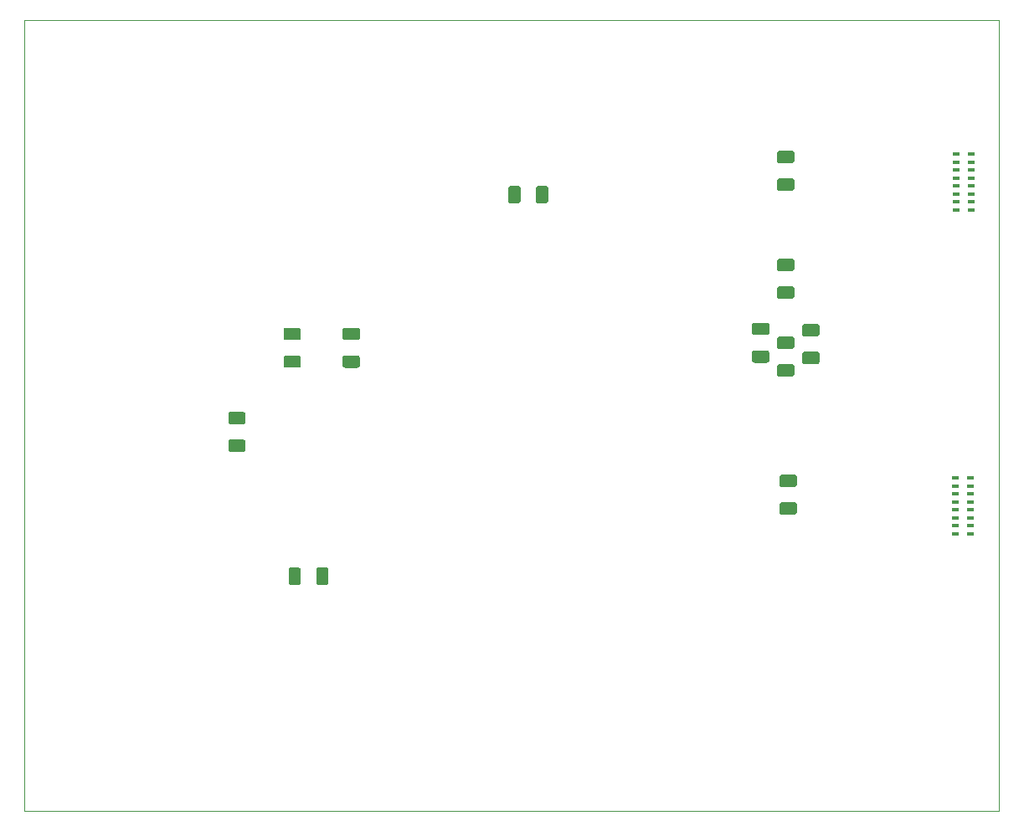
<source format=gbr>
G04 #@! TF.GenerationSoftware,KiCad,Pcbnew,5.1.5+dfsg1-2build2*
G04 #@! TF.CreationDate,2021-07-30T22:42:47+01:00*
G04 #@! TF.ProjectId,Printer+Sticks,5072696e-7465-4722-9b53-7469636b732e,rev?*
G04 #@! TF.SameCoordinates,Original*
G04 #@! TF.FileFunction,Paste,Bot*
G04 #@! TF.FilePolarity,Positive*
%FSLAX46Y46*%
G04 Gerber Fmt 4.6, Leading zero omitted, Abs format (unit mm)*
G04 Created by KiCad (PCBNEW 5.1.5+dfsg1-2build2) date 2021-07-30 22:42:47*
%MOMM*%
%LPD*%
G04 APERTURE LIST*
%ADD10C,0.050000*%
%ADD11C,0.100000*%
%ADD12R,0.760000X0.430000*%
G04 APERTURE END LIST*
D10*
X155448000Y-109982000D02*
X155448000Y-189992000D01*
X56896000Y-109982000D02*
X155448000Y-109982000D01*
X56896000Y-189992000D02*
X56896000Y-109982000D01*
X155448000Y-189992000D02*
X56896000Y-189992000D01*
D11*
G36*
X109619504Y-126761204D02*
G01*
X109643773Y-126764804D01*
X109667571Y-126770765D01*
X109690671Y-126779030D01*
X109712849Y-126789520D01*
X109733893Y-126802133D01*
X109753598Y-126816747D01*
X109771777Y-126833223D01*
X109788253Y-126851402D01*
X109802867Y-126871107D01*
X109815480Y-126892151D01*
X109825970Y-126914329D01*
X109834235Y-126937429D01*
X109840196Y-126961227D01*
X109843796Y-126985496D01*
X109845000Y-127010000D01*
X109845000Y-128260000D01*
X109843796Y-128284504D01*
X109840196Y-128308773D01*
X109834235Y-128332571D01*
X109825970Y-128355671D01*
X109815480Y-128377849D01*
X109802867Y-128398893D01*
X109788253Y-128418598D01*
X109771777Y-128436777D01*
X109753598Y-128453253D01*
X109733893Y-128467867D01*
X109712849Y-128480480D01*
X109690671Y-128490970D01*
X109667571Y-128499235D01*
X109643773Y-128505196D01*
X109619504Y-128508796D01*
X109595000Y-128510000D01*
X108845000Y-128510000D01*
X108820496Y-128508796D01*
X108796227Y-128505196D01*
X108772429Y-128499235D01*
X108749329Y-128490970D01*
X108727151Y-128480480D01*
X108706107Y-128467867D01*
X108686402Y-128453253D01*
X108668223Y-128436777D01*
X108651747Y-128418598D01*
X108637133Y-128398893D01*
X108624520Y-128377849D01*
X108614030Y-128355671D01*
X108605765Y-128332571D01*
X108599804Y-128308773D01*
X108596204Y-128284504D01*
X108595000Y-128260000D01*
X108595000Y-127010000D01*
X108596204Y-126985496D01*
X108599804Y-126961227D01*
X108605765Y-126937429D01*
X108614030Y-126914329D01*
X108624520Y-126892151D01*
X108637133Y-126871107D01*
X108651747Y-126851402D01*
X108668223Y-126833223D01*
X108686402Y-126816747D01*
X108706107Y-126802133D01*
X108727151Y-126789520D01*
X108749329Y-126779030D01*
X108772429Y-126770765D01*
X108796227Y-126764804D01*
X108820496Y-126761204D01*
X108845000Y-126760000D01*
X109595000Y-126760000D01*
X109619504Y-126761204D01*
G37*
G36*
X106819504Y-126761204D02*
G01*
X106843773Y-126764804D01*
X106867571Y-126770765D01*
X106890671Y-126779030D01*
X106912849Y-126789520D01*
X106933893Y-126802133D01*
X106953598Y-126816747D01*
X106971777Y-126833223D01*
X106988253Y-126851402D01*
X107002867Y-126871107D01*
X107015480Y-126892151D01*
X107025970Y-126914329D01*
X107034235Y-126937429D01*
X107040196Y-126961227D01*
X107043796Y-126985496D01*
X107045000Y-127010000D01*
X107045000Y-128260000D01*
X107043796Y-128284504D01*
X107040196Y-128308773D01*
X107034235Y-128332571D01*
X107025970Y-128355671D01*
X107015480Y-128377849D01*
X107002867Y-128398893D01*
X106988253Y-128418598D01*
X106971777Y-128436777D01*
X106953598Y-128453253D01*
X106933893Y-128467867D01*
X106912849Y-128480480D01*
X106890671Y-128490970D01*
X106867571Y-128499235D01*
X106843773Y-128505196D01*
X106819504Y-128508796D01*
X106795000Y-128510000D01*
X106045000Y-128510000D01*
X106020496Y-128508796D01*
X105996227Y-128505196D01*
X105972429Y-128499235D01*
X105949329Y-128490970D01*
X105927151Y-128480480D01*
X105906107Y-128467867D01*
X105886402Y-128453253D01*
X105868223Y-128436777D01*
X105851747Y-128418598D01*
X105837133Y-128398893D01*
X105824520Y-128377849D01*
X105814030Y-128355671D01*
X105805765Y-128332571D01*
X105799804Y-128308773D01*
X105796204Y-128284504D01*
X105795000Y-128260000D01*
X105795000Y-127010000D01*
X105796204Y-126985496D01*
X105799804Y-126961227D01*
X105805765Y-126937429D01*
X105814030Y-126914329D01*
X105824520Y-126892151D01*
X105837133Y-126871107D01*
X105851747Y-126851402D01*
X105868223Y-126833223D01*
X105886402Y-126816747D01*
X105906107Y-126802133D01*
X105927151Y-126789520D01*
X105949329Y-126779030D01*
X105972429Y-126770765D01*
X105996227Y-126764804D01*
X106020496Y-126761204D01*
X106045000Y-126760000D01*
X106795000Y-126760000D01*
X106819504Y-126761204D01*
G37*
G36*
X84600504Y-165369204D02*
G01*
X84624773Y-165372804D01*
X84648571Y-165378765D01*
X84671671Y-165387030D01*
X84693849Y-165397520D01*
X84714893Y-165410133D01*
X84734598Y-165424747D01*
X84752777Y-165441223D01*
X84769253Y-165459402D01*
X84783867Y-165479107D01*
X84796480Y-165500151D01*
X84806970Y-165522329D01*
X84815235Y-165545429D01*
X84821196Y-165569227D01*
X84824796Y-165593496D01*
X84826000Y-165618000D01*
X84826000Y-166868000D01*
X84824796Y-166892504D01*
X84821196Y-166916773D01*
X84815235Y-166940571D01*
X84806970Y-166963671D01*
X84796480Y-166985849D01*
X84783867Y-167006893D01*
X84769253Y-167026598D01*
X84752777Y-167044777D01*
X84734598Y-167061253D01*
X84714893Y-167075867D01*
X84693849Y-167088480D01*
X84671671Y-167098970D01*
X84648571Y-167107235D01*
X84624773Y-167113196D01*
X84600504Y-167116796D01*
X84576000Y-167118000D01*
X83826000Y-167118000D01*
X83801496Y-167116796D01*
X83777227Y-167113196D01*
X83753429Y-167107235D01*
X83730329Y-167098970D01*
X83708151Y-167088480D01*
X83687107Y-167075867D01*
X83667402Y-167061253D01*
X83649223Y-167044777D01*
X83632747Y-167026598D01*
X83618133Y-167006893D01*
X83605520Y-166985849D01*
X83595030Y-166963671D01*
X83586765Y-166940571D01*
X83580804Y-166916773D01*
X83577204Y-166892504D01*
X83576000Y-166868000D01*
X83576000Y-165618000D01*
X83577204Y-165593496D01*
X83580804Y-165569227D01*
X83586765Y-165545429D01*
X83595030Y-165522329D01*
X83605520Y-165500151D01*
X83618133Y-165479107D01*
X83632747Y-165459402D01*
X83649223Y-165441223D01*
X83667402Y-165424747D01*
X83687107Y-165410133D01*
X83708151Y-165397520D01*
X83730329Y-165387030D01*
X83753429Y-165378765D01*
X83777227Y-165372804D01*
X83801496Y-165369204D01*
X83826000Y-165368000D01*
X84576000Y-165368000D01*
X84600504Y-165369204D01*
G37*
G36*
X87400504Y-165369204D02*
G01*
X87424773Y-165372804D01*
X87448571Y-165378765D01*
X87471671Y-165387030D01*
X87493849Y-165397520D01*
X87514893Y-165410133D01*
X87534598Y-165424747D01*
X87552777Y-165441223D01*
X87569253Y-165459402D01*
X87583867Y-165479107D01*
X87596480Y-165500151D01*
X87606970Y-165522329D01*
X87615235Y-165545429D01*
X87621196Y-165569227D01*
X87624796Y-165593496D01*
X87626000Y-165618000D01*
X87626000Y-166868000D01*
X87624796Y-166892504D01*
X87621196Y-166916773D01*
X87615235Y-166940571D01*
X87606970Y-166963671D01*
X87596480Y-166985849D01*
X87583867Y-167006893D01*
X87569253Y-167026598D01*
X87552777Y-167044777D01*
X87534598Y-167061253D01*
X87514893Y-167075867D01*
X87493849Y-167088480D01*
X87471671Y-167098970D01*
X87448571Y-167107235D01*
X87424773Y-167113196D01*
X87400504Y-167116796D01*
X87376000Y-167118000D01*
X86626000Y-167118000D01*
X86601496Y-167116796D01*
X86577227Y-167113196D01*
X86553429Y-167107235D01*
X86530329Y-167098970D01*
X86508151Y-167088480D01*
X86487107Y-167075867D01*
X86467402Y-167061253D01*
X86449223Y-167044777D01*
X86432747Y-167026598D01*
X86418133Y-167006893D01*
X86405520Y-166985849D01*
X86395030Y-166963671D01*
X86386765Y-166940571D01*
X86380804Y-166916773D01*
X86377204Y-166892504D01*
X86376000Y-166868000D01*
X86376000Y-165618000D01*
X86377204Y-165593496D01*
X86380804Y-165569227D01*
X86386765Y-165545429D01*
X86395030Y-165522329D01*
X86405520Y-165500151D01*
X86418133Y-165479107D01*
X86432747Y-165459402D01*
X86449223Y-165441223D01*
X86467402Y-165424747D01*
X86487107Y-165410133D01*
X86508151Y-165397520D01*
X86530329Y-165387030D01*
X86553429Y-165378765D01*
X86577227Y-165372804D01*
X86601496Y-165369204D01*
X86626000Y-165368000D01*
X87376000Y-165368000D01*
X87400504Y-165369204D01*
G37*
G36*
X131967504Y-143400204D02*
G01*
X131991773Y-143403804D01*
X132015571Y-143409765D01*
X132038671Y-143418030D01*
X132060849Y-143428520D01*
X132081893Y-143441133D01*
X132101598Y-143455747D01*
X132119777Y-143472223D01*
X132136253Y-143490402D01*
X132150867Y-143510107D01*
X132163480Y-143531151D01*
X132173970Y-143553329D01*
X132182235Y-143576429D01*
X132188196Y-143600227D01*
X132191796Y-143624496D01*
X132193000Y-143649000D01*
X132193000Y-144399000D01*
X132191796Y-144423504D01*
X132188196Y-144447773D01*
X132182235Y-144471571D01*
X132173970Y-144494671D01*
X132163480Y-144516849D01*
X132150867Y-144537893D01*
X132136253Y-144557598D01*
X132119777Y-144575777D01*
X132101598Y-144592253D01*
X132081893Y-144606867D01*
X132060849Y-144619480D01*
X132038671Y-144629970D01*
X132015571Y-144638235D01*
X131991773Y-144644196D01*
X131967504Y-144647796D01*
X131943000Y-144649000D01*
X130693000Y-144649000D01*
X130668496Y-144647796D01*
X130644227Y-144644196D01*
X130620429Y-144638235D01*
X130597329Y-144629970D01*
X130575151Y-144619480D01*
X130554107Y-144606867D01*
X130534402Y-144592253D01*
X130516223Y-144575777D01*
X130499747Y-144557598D01*
X130485133Y-144537893D01*
X130472520Y-144516849D01*
X130462030Y-144494671D01*
X130453765Y-144471571D01*
X130447804Y-144447773D01*
X130444204Y-144423504D01*
X130443000Y-144399000D01*
X130443000Y-143649000D01*
X130444204Y-143624496D01*
X130447804Y-143600227D01*
X130453765Y-143576429D01*
X130462030Y-143553329D01*
X130472520Y-143531151D01*
X130485133Y-143510107D01*
X130499747Y-143490402D01*
X130516223Y-143472223D01*
X130534402Y-143455747D01*
X130554107Y-143441133D01*
X130575151Y-143428520D01*
X130597329Y-143418030D01*
X130620429Y-143409765D01*
X130644227Y-143403804D01*
X130668496Y-143400204D01*
X130693000Y-143399000D01*
X131943000Y-143399000D01*
X131967504Y-143400204D01*
G37*
G36*
X131967504Y-140600204D02*
G01*
X131991773Y-140603804D01*
X132015571Y-140609765D01*
X132038671Y-140618030D01*
X132060849Y-140628520D01*
X132081893Y-140641133D01*
X132101598Y-140655747D01*
X132119777Y-140672223D01*
X132136253Y-140690402D01*
X132150867Y-140710107D01*
X132163480Y-140731151D01*
X132173970Y-140753329D01*
X132182235Y-140776429D01*
X132188196Y-140800227D01*
X132191796Y-140824496D01*
X132193000Y-140849000D01*
X132193000Y-141599000D01*
X132191796Y-141623504D01*
X132188196Y-141647773D01*
X132182235Y-141671571D01*
X132173970Y-141694671D01*
X132163480Y-141716849D01*
X132150867Y-141737893D01*
X132136253Y-141757598D01*
X132119777Y-141775777D01*
X132101598Y-141792253D01*
X132081893Y-141806867D01*
X132060849Y-141819480D01*
X132038671Y-141829970D01*
X132015571Y-141838235D01*
X131991773Y-141844196D01*
X131967504Y-141847796D01*
X131943000Y-141849000D01*
X130693000Y-141849000D01*
X130668496Y-141847796D01*
X130644227Y-141844196D01*
X130620429Y-141838235D01*
X130597329Y-141829970D01*
X130575151Y-141819480D01*
X130554107Y-141806867D01*
X130534402Y-141792253D01*
X130516223Y-141775777D01*
X130499747Y-141757598D01*
X130485133Y-141737893D01*
X130472520Y-141716849D01*
X130462030Y-141694671D01*
X130453765Y-141671571D01*
X130447804Y-141647773D01*
X130444204Y-141623504D01*
X130443000Y-141599000D01*
X130443000Y-140849000D01*
X130444204Y-140824496D01*
X130447804Y-140800227D01*
X130453765Y-140776429D01*
X130462030Y-140753329D01*
X130472520Y-140731151D01*
X130485133Y-140710107D01*
X130499747Y-140690402D01*
X130516223Y-140672223D01*
X130534402Y-140655747D01*
X130554107Y-140641133D01*
X130575151Y-140628520D01*
X130597329Y-140618030D01*
X130620429Y-140609765D01*
X130644227Y-140603804D01*
X130668496Y-140600204D01*
X130693000Y-140599000D01*
X131943000Y-140599000D01*
X131967504Y-140600204D01*
G37*
G36*
X137047504Y-143527204D02*
G01*
X137071773Y-143530804D01*
X137095571Y-143536765D01*
X137118671Y-143545030D01*
X137140849Y-143555520D01*
X137161893Y-143568133D01*
X137181598Y-143582747D01*
X137199777Y-143599223D01*
X137216253Y-143617402D01*
X137230867Y-143637107D01*
X137243480Y-143658151D01*
X137253970Y-143680329D01*
X137262235Y-143703429D01*
X137268196Y-143727227D01*
X137271796Y-143751496D01*
X137273000Y-143776000D01*
X137273000Y-144526000D01*
X137271796Y-144550504D01*
X137268196Y-144574773D01*
X137262235Y-144598571D01*
X137253970Y-144621671D01*
X137243480Y-144643849D01*
X137230867Y-144664893D01*
X137216253Y-144684598D01*
X137199777Y-144702777D01*
X137181598Y-144719253D01*
X137161893Y-144733867D01*
X137140849Y-144746480D01*
X137118671Y-144756970D01*
X137095571Y-144765235D01*
X137071773Y-144771196D01*
X137047504Y-144774796D01*
X137023000Y-144776000D01*
X135773000Y-144776000D01*
X135748496Y-144774796D01*
X135724227Y-144771196D01*
X135700429Y-144765235D01*
X135677329Y-144756970D01*
X135655151Y-144746480D01*
X135634107Y-144733867D01*
X135614402Y-144719253D01*
X135596223Y-144702777D01*
X135579747Y-144684598D01*
X135565133Y-144664893D01*
X135552520Y-144643849D01*
X135542030Y-144621671D01*
X135533765Y-144598571D01*
X135527804Y-144574773D01*
X135524204Y-144550504D01*
X135523000Y-144526000D01*
X135523000Y-143776000D01*
X135524204Y-143751496D01*
X135527804Y-143727227D01*
X135533765Y-143703429D01*
X135542030Y-143680329D01*
X135552520Y-143658151D01*
X135565133Y-143637107D01*
X135579747Y-143617402D01*
X135596223Y-143599223D01*
X135614402Y-143582747D01*
X135634107Y-143568133D01*
X135655151Y-143555520D01*
X135677329Y-143545030D01*
X135700429Y-143536765D01*
X135724227Y-143530804D01*
X135748496Y-143527204D01*
X135773000Y-143526000D01*
X137023000Y-143526000D01*
X137047504Y-143527204D01*
G37*
G36*
X137047504Y-140727204D02*
G01*
X137071773Y-140730804D01*
X137095571Y-140736765D01*
X137118671Y-140745030D01*
X137140849Y-140755520D01*
X137161893Y-140768133D01*
X137181598Y-140782747D01*
X137199777Y-140799223D01*
X137216253Y-140817402D01*
X137230867Y-140837107D01*
X137243480Y-140858151D01*
X137253970Y-140880329D01*
X137262235Y-140903429D01*
X137268196Y-140927227D01*
X137271796Y-140951496D01*
X137273000Y-140976000D01*
X137273000Y-141726000D01*
X137271796Y-141750504D01*
X137268196Y-141774773D01*
X137262235Y-141798571D01*
X137253970Y-141821671D01*
X137243480Y-141843849D01*
X137230867Y-141864893D01*
X137216253Y-141884598D01*
X137199777Y-141902777D01*
X137181598Y-141919253D01*
X137161893Y-141933867D01*
X137140849Y-141946480D01*
X137118671Y-141956970D01*
X137095571Y-141965235D01*
X137071773Y-141971196D01*
X137047504Y-141974796D01*
X137023000Y-141976000D01*
X135773000Y-141976000D01*
X135748496Y-141974796D01*
X135724227Y-141971196D01*
X135700429Y-141965235D01*
X135677329Y-141956970D01*
X135655151Y-141946480D01*
X135634107Y-141933867D01*
X135614402Y-141919253D01*
X135596223Y-141902777D01*
X135579747Y-141884598D01*
X135565133Y-141864893D01*
X135552520Y-141843849D01*
X135542030Y-141821671D01*
X135533765Y-141798571D01*
X135527804Y-141774773D01*
X135524204Y-141750504D01*
X135523000Y-141726000D01*
X135523000Y-140976000D01*
X135524204Y-140951496D01*
X135527804Y-140927227D01*
X135533765Y-140903429D01*
X135542030Y-140880329D01*
X135552520Y-140858151D01*
X135565133Y-140837107D01*
X135579747Y-140817402D01*
X135596223Y-140799223D01*
X135614402Y-140782747D01*
X135634107Y-140768133D01*
X135655151Y-140755520D01*
X135677329Y-140745030D01*
X135700429Y-140736765D01*
X135724227Y-140730804D01*
X135748496Y-140727204D01*
X135773000Y-140726000D01*
X137023000Y-140726000D01*
X137047504Y-140727204D01*
G37*
G36*
X79008504Y-152417204D02*
G01*
X79032773Y-152420804D01*
X79056571Y-152426765D01*
X79079671Y-152435030D01*
X79101849Y-152445520D01*
X79122893Y-152458133D01*
X79142598Y-152472747D01*
X79160777Y-152489223D01*
X79177253Y-152507402D01*
X79191867Y-152527107D01*
X79204480Y-152548151D01*
X79214970Y-152570329D01*
X79223235Y-152593429D01*
X79229196Y-152617227D01*
X79232796Y-152641496D01*
X79234000Y-152666000D01*
X79234000Y-153416000D01*
X79232796Y-153440504D01*
X79229196Y-153464773D01*
X79223235Y-153488571D01*
X79214970Y-153511671D01*
X79204480Y-153533849D01*
X79191867Y-153554893D01*
X79177253Y-153574598D01*
X79160777Y-153592777D01*
X79142598Y-153609253D01*
X79122893Y-153623867D01*
X79101849Y-153636480D01*
X79079671Y-153646970D01*
X79056571Y-153655235D01*
X79032773Y-153661196D01*
X79008504Y-153664796D01*
X78984000Y-153666000D01*
X77734000Y-153666000D01*
X77709496Y-153664796D01*
X77685227Y-153661196D01*
X77661429Y-153655235D01*
X77638329Y-153646970D01*
X77616151Y-153636480D01*
X77595107Y-153623867D01*
X77575402Y-153609253D01*
X77557223Y-153592777D01*
X77540747Y-153574598D01*
X77526133Y-153554893D01*
X77513520Y-153533849D01*
X77503030Y-153511671D01*
X77494765Y-153488571D01*
X77488804Y-153464773D01*
X77485204Y-153440504D01*
X77484000Y-153416000D01*
X77484000Y-152666000D01*
X77485204Y-152641496D01*
X77488804Y-152617227D01*
X77494765Y-152593429D01*
X77503030Y-152570329D01*
X77513520Y-152548151D01*
X77526133Y-152527107D01*
X77540747Y-152507402D01*
X77557223Y-152489223D01*
X77575402Y-152472747D01*
X77595107Y-152458133D01*
X77616151Y-152445520D01*
X77638329Y-152435030D01*
X77661429Y-152426765D01*
X77685227Y-152420804D01*
X77709496Y-152417204D01*
X77734000Y-152416000D01*
X78984000Y-152416000D01*
X79008504Y-152417204D01*
G37*
G36*
X79008504Y-149617204D02*
G01*
X79032773Y-149620804D01*
X79056571Y-149626765D01*
X79079671Y-149635030D01*
X79101849Y-149645520D01*
X79122893Y-149658133D01*
X79142598Y-149672747D01*
X79160777Y-149689223D01*
X79177253Y-149707402D01*
X79191867Y-149727107D01*
X79204480Y-149748151D01*
X79214970Y-149770329D01*
X79223235Y-149793429D01*
X79229196Y-149817227D01*
X79232796Y-149841496D01*
X79234000Y-149866000D01*
X79234000Y-150616000D01*
X79232796Y-150640504D01*
X79229196Y-150664773D01*
X79223235Y-150688571D01*
X79214970Y-150711671D01*
X79204480Y-150733849D01*
X79191867Y-150754893D01*
X79177253Y-150774598D01*
X79160777Y-150792777D01*
X79142598Y-150809253D01*
X79122893Y-150823867D01*
X79101849Y-150836480D01*
X79079671Y-150846970D01*
X79056571Y-150855235D01*
X79032773Y-150861196D01*
X79008504Y-150864796D01*
X78984000Y-150866000D01*
X77734000Y-150866000D01*
X77709496Y-150864796D01*
X77685227Y-150861196D01*
X77661429Y-150855235D01*
X77638329Y-150846970D01*
X77616151Y-150836480D01*
X77595107Y-150823867D01*
X77575402Y-150809253D01*
X77557223Y-150792777D01*
X77540747Y-150774598D01*
X77526133Y-150754893D01*
X77513520Y-150733849D01*
X77503030Y-150711671D01*
X77494765Y-150688571D01*
X77488804Y-150664773D01*
X77485204Y-150640504D01*
X77484000Y-150616000D01*
X77484000Y-149866000D01*
X77485204Y-149841496D01*
X77488804Y-149817227D01*
X77494765Y-149793429D01*
X77503030Y-149770329D01*
X77513520Y-149748151D01*
X77526133Y-149727107D01*
X77540747Y-149707402D01*
X77557223Y-149689223D01*
X77575402Y-149672747D01*
X77595107Y-149658133D01*
X77616151Y-149645520D01*
X77638329Y-149635030D01*
X77661429Y-149626765D01*
X77685227Y-149620804D01*
X77709496Y-149617204D01*
X77734000Y-149616000D01*
X78984000Y-149616000D01*
X79008504Y-149617204D01*
G37*
G36*
X84596504Y-143902204D02*
G01*
X84620773Y-143905804D01*
X84644571Y-143911765D01*
X84667671Y-143920030D01*
X84689849Y-143930520D01*
X84710893Y-143943133D01*
X84730598Y-143957747D01*
X84748777Y-143974223D01*
X84765253Y-143992402D01*
X84779867Y-144012107D01*
X84792480Y-144033151D01*
X84802970Y-144055329D01*
X84811235Y-144078429D01*
X84817196Y-144102227D01*
X84820796Y-144126496D01*
X84822000Y-144151000D01*
X84822000Y-144901000D01*
X84820796Y-144925504D01*
X84817196Y-144949773D01*
X84811235Y-144973571D01*
X84802970Y-144996671D01*
X84792480Y-145018849D01*
X84779867Y-145039893D01*
X84765253Y-145059598D01*
X84748777Y-145077777D01*
X84730598Y-145094253D01*
X84710893Y-145108867D01*
X84689849Y-145121480D01*
X84667671Y-145131970D01*
X84644571Y-145140235D01*
X84620773Y-145146196D01*
X84596504Y-145149796D01*
X84572000Y-145151000D01*
X83322000Y-145151000D01*
X83297496Y-145149796D01*
X83273227Y-145146196D01*
X83249429Y-145140235D01*
X83226329Y-145131970D01*
X83204151Y-145121480D01*
X83183107Y-145108867D01*
X83163402Y-145094253D01*
X83145223Y-145077777D01*
X83128747Y-145059598D01*
X83114133Y-145039893D01*
X83101520Y-145018849D01*
X83091030Y-144996671D01*
X83082765Y-144973571D01*
X83076804Y-144949773D01*
X83073204Y-144925504D01*
X83072000Y-144901000D01*
X83072000Y-144151000D01*
X83073204Y-144126496D01*
X83076804Y-144102227D01*
X83082765Y-144078429D01*
X83091030Y-144055329D01*
X83101520Y-144033151D01*
X83114133Y-144012107D01*
X83128747Y-143992402D01*
X83145223Y-143974223D01*
X83163402Y-143957747D01*
X83183107Y-143943133D01*
X83204151Y-143930520D01*
X83226329Y-143920030D01*
X83249429Y-143911765D01*
X83273227Y-143905804D01*
X83297496Y-143902204D01*
X83322000Y-143901000D01*
X84572000Y-143901000D01*
X84596504Y-143902204D01*
G37*
G36*
X84596504Y-141102204D02*
G01*
X84620773Y-141105804D01*
X84644571Y-141111765D01*
X84667671Y-141120030D01*
X84689849Y-141130520D01*
X84710893Y-141143133D01*
X84730598Y-141157747D01*
X84748777Y-141174223D01*
X84765253Y-141192402D01*
X84779867Y-141212107D01*
X84792480Y-141233151D01*
X84802970Y-141255329D01*
X84811235Y-141278429D01*
X84817196Y-141302227D01*
X84820796Y-141326496D01*
X84822000Y-141351000D01*
X84822000Y-142101000D01*
X84820796Y-142125504D01*
X84817196Y-142149773D01*
X84811235Y-142173571D01*
X84802970Y-142196671D01*
X84792480Y-142218849D01*
X84779867Y-142239893D01*
X84765253Y-142259598D01*
X84748777Y-142277777D01*
X84730598Y-142294253D01*
X84710893Y-142308867D01*
X84689849Y-142321480D01*
X84667671Y-142331970D01*
X84644571Y-142340235D01*
X84620773Y-142346196D01*
X84596504Y-142349796D01*
X84572000Y-142351000D01*
X83322000Y-142351000D01*
X83297496Y-142349796D01*
X83273227Y-142346196D01*
X83249429Y-142340235D01*
X83226329Y-142331970D01*
X83204151Y-142321480D01*
X83183107Y-142308867D01*
X83163402Y-142294253D01*
X83145223Y-142277777D01*
X83128747Y-142259598D01*
X83114133Y-142239893D01*
X83101520Y-142218849D01*
X83091030Y-142196671D01*
X83082765Y-142173571D01*
X83076804Y-142149773D01*
X83073204Y-142125504D01*
X83072000Y-142101000D01*
X83072000Y-141351000D01*
X83073204Y-141326496D01*
X83076804Y-141302227D01*
X83082765Y-141278429D01*
X83091030Y-141255329D01*
X83101520Y-141233151D01*
X83114133Y-141212107D01*
X83128747Y-141192402D01*
X83145223Y-141174223D01*
X83163402Y-141157747D01*
X83183107Y-141143133D01*
X83204151Y-141130520D01*
X83226329Y-141120030D01*
X83249429Y-141111765D01*
X83273227Y-141105804D01*
X83297496Y-141102204D01*
X83322000Y-141101000D01*
X84572000Y-141101000D01*
X84596504Y-141102204D01*
G37*
G36*
X90565504Y-143908204D02*
G01*
X90589773Y-143911804D01*
X90613571Y-143917765D01*
X90636671Y-143926030D01*
X90658849Y-143936520D01*
X90679893Y-143949133D01*
X90699598Y-143963747D01*
X90717777Y-143980223D01*
X90734253Y-143998402D01*
X90748867Y-144018107D01*
X90761480Y-144039151D01*
X90771970Y-144061329D01*
X90780235Y-144084429D01*
X90786196Y-144108227D01*
X90789796Y-144132496D01*
X90791000Y-144157000D01*
X90791000Y-144907000D01*
X90789796Y-144931504D01*
X90786196Y-144955773D01*
X90780235Y-144979571D01*
X90771970Y-145002671D01*
X90761480Y-145024849D01*
X90748867Y-145045893D01*
X90734253Y-145065598D01*
X90717777Y-145083777D01*
X90699598Y-145100253D01*
X90679893Y-145114867D01*
X90658849Y-145127480D01*
X90636671Y-145137970D01*
X90613571Y-145146235D01*
X90589773Y-145152196D01*
X90565504Y-145155796D01*
X90541000Y-145157000D01*
X89291000Y-145157000D01*
X89266496Y-145155796D01*
X89242227Y-145152196D01*
X89218429Y-145146235D01*
X89195329Y-145137970D01*
X89173151Y-145127480D01*
X89152107Y-145114867D01*
X89132402Y-145100253D01*
X89114223Y-145083777D01*
X89097747Y-145065598D01*
X89083133Y-145045893D01*
X89070520Y-145024849D01*
X89060030Y-145002671D01*
X89051765Y-144979571D01*
X89045804Y-144955773D01*
X89042204Y-144931504D01*
X89041000Y-144907000D01*
X89041000Y-144157000D01*
X89042204Y-144132496D01*
X89045804Y-144108227D01*
X89051765Y-144084429D01*
X89060030Y-144061329D01*
X89070520Y-144039151D01*
X89083133Y-144018107D01*
X89097747Y-143998402D01*
X89114223Y-143980223D01*
X89132402Y-143963747D01*
X89152107Y-143949133D01*
X89173151Y-143936520D01*
X89195329Y-143926030D01*
X89218429Y-143917765D01*
X89242227Y-143911804D01*
X89266496Y-143908204D01*
X89291000Y-143907000D01*
X90541000Y-143907000D01*
X90565504Y-143908204D01*
G37*
G36*
X90565504Y-141108204D02*
G01*
X90589773Y-141111804D01*
X90613571Y-141117765D01*
X90636671Y-141126030D01*
X90658849Y-141136520D01*
X90679893Y-141149133D01*
X90699598Y-141163747D01*
X90717777Y-141180223D01*
X90734253Y-141198402D01*
X90748867Y-141218107D01*
X90761480Y-141239151D01*
X90771970Y-141261329D01*
X90780235Y-141284429D01*
X90786196Y-141308227D01*
X90789796Y-141332496D01*
X90791000Y-141357000D01*
X90791000Y-142107000D01*
X90789796Y-142131504D01*
X90786196Y-142155773D01*
X90780235Y-142179571D01*
X90771970Y-142202671D01*
X90761480Y-142224849D01*
X90748867Y-142245893D01*
X90734253Y-142265598D01*
X90717777Y-142283777D01*
X90699598Y-142300253D01*
X90679893Y-142314867D01*
X90658849Y-142327480D01*
X90636671Y-142337970D01*
X90613571Y-142346235D01*
X90589773Y-142352196D01*
X90565504Y-142355796D01*
X90541000Y-142357000D01*
X89291000Y-142357000D01*
X89266496Y-142355796D01*
X89242227Y-142352196D01*
X89218429Y-142346235D01*
X89195329Y-142337970D01*
X89173151Y-142327480D01*
X89152107Y-142314867D01*
X89132402Y-142300253D01*
X89114223Y-142283777D01*
X89097747Y-142265598D01*
X89083133Y-142245893D01*
X89070520Y-142224849D01*
X89060030Y-142202671D01*
X89051765Y-142179571D01*
X89045804Y-142155773D01*
X89042204Y-142131504D01*
X89041000Y-142107000D01*
X89041000Y-141357000D01*
X89042204Y-141332496D01*
X89045804Y-141308227D01*
X89051765Y-141284429D01*
X89060030Y-141261329D01*
X89070520Y-141239151D01*
X89083133Y-141218107D01*
X89097747Y-141198402D01*
X89114223Y-141180223D01*
X89132402Y-141163747D01*
X89152107Y-141149133D01*
X89173151Y-141136520D01*
X89195329Y-141126030D01*
X89218429Y-141117765D01*
X89242227Y-141111804D01*
X89266496Y-141108204D01*
X89291000Y-141107000D01*
X90541000Y-141107000D01*
X90565504Y-141108204D01*
G37*
D12*
X152525000Y-157131000D03*
X152525000Y-156331000D03*
X152525000Y-161931000D03*
X152525000Y-161131000D03*
X151005000Y-161131000D03*
X151005000Y-161931000D03*
X151005000Y-156331000D03*
X151005000Y-157131000D03*
X152525000Y-160331000D03*
X152525000Y-157931000D03*
X151005000Y-157931000D03*
X151005000Y-160331000D03*
X152525000Y-158731000D03*
X151005000Y-158731000D03*
X152525000Y-159531000D03*
X151005000Y-159531000D03*
X152652000Y-124365000D03*
X152652000Y-123565000D03*
X152652000Y-129165000D03*
X152652000Y-128365000D03*
X151132000Y-128365000D03*
X151132000Y-129165000D03*
X151132000Y-123565000D03*
X151132000Y-124365000D03*
X152652000Y-127565000D03*
X152652000Y-125165000D03*
X151132000Y-125165000D03*
X151132000Y-127565000D03*
X152652000Y-125965000D03*
X151132000Y-125965000D03*
X152652000Y-126765000D03*
X151132000Y-126765000D03*
D11*
G36*
X134507504Y-123198204D02*
G01*
X134531773Y-123201804D01*
X134555571Y-123207765D01*
X134578671Y-123216030D01*
X134600849Y-123226520D01*
X134621893Y-123239133D01*
X134641598Y-123253747D01*
X134659777Y-123270223D01*
X134676253Y-123288402D01*
X134690867Y-123308107D01*
X134703480Y-123329151D01*
X134713970Y-123351329D01*
X134722235Y-123374429D01*
X134728196Y-123398227D01*
X134731796Y-123422496D01*
X134733000Y-123447000D01*
X134733000Y-124197000D01*
X134731796Y-124221504D01*
X134728196Y-124245773D01*
X134722235Y-124269571D01*
X134713970Y-124292671D01*
X134703480Y-124314849D01*
X134690867Y-124335893D01*
X134676253Y-124355598D01*
X134659777Y-124373777D01*
X134641598Y-124390253D01*
X134621893Y-124404867D01*
X134600849Y-124417480D01*
X134578671Y-124427970D01*
X134555571Y-124436235D01*
X134531773Y-124442196D01*
X134507504Y-124445796D01*
X134483000Y-124447000D01*
X133233000Y-124447000D01*
X133208496Y-124445796D01*
X133184227Y-124442196D01*
X133160429Y-124436235D01*
X133137329Y-124427970D01*
X133115151Y-124417480D01*
X133094107Y-124404867D01*
X133074402Y-124390253D01*
X133056223Y-124373777D01*
X133039747Y-124355598D01*
X133025133Y-124335893D01*
X133012520Y-124314849D01*
X133002030Y-124292671D01*
X132993765Y-124269571D01*
X132987804Y-124245773D01*
X132984204Y-124221504D01*
X132983000Y-124197000D01*
X132983000Y-123447000D01*
X132984204Y-123422496D01*
X132987804Y-123398227D01*
X132993765Y-123374429D01*
X133002030Y-123351329D01*
X133012520Y-123329151D01*
X133025133Y-123308107D01*
X133039747Y-123288402D01*
X133056223Y-123270223D01*
X133074402Y-123253747D01*
X133094107Y-123239133D01*
X133115151Y-123226520D01*
X133137329Y-123216030D01*
X133160429Y-123207765D01*
X133184227Y-123201804D01*
X133208496Y-123198204D01*
X133233000Y-123197000D01*
X134483000Y-123197000D01*
X134507504Y-123198204D01*
G37*
G36*
X134507504Y-125998204D02*
G01*
X134531773Y-126001804D01*
X134555571Y-126007765D01*
X134578671Y-126016030D01*
X134600849Y-126026520D01*
X134621893Y-126039133D01*
X134641598Y-126053747D01*
X134659777Y-126070223D01*
X134676253Y-126088402D01*
X134690867Y-126108107D01*
X134703480Y-126129151D01*
X134713970Y-126151329D01*
X134722235Y-126174429D01*
X134728196Y-126198227D01*
X134731796Y-126222496D01*
X134733000Y-126247000D01*
X134733000Y-126997000D01*
X134731796Y-127021504D01*
X134728196Y-127045773D01*
X134722235Y-127069571D01*
X134713970Y-127092671D01*
X134703480Y-127114849D01*
X134690867Y-127135893D01*
X134676253Y-127155598D01*
X134659777Y-127173777D01*
X134641598Y-127190253D01*
X134621893Y-127204867D01*
X134600849Y-127217480D01*
X134578671Y-127227970D01*
X134555571Y-127236235D01*
X134531773Y-127242196D01*
X134507504Y-127245796D01*
X134483000Y-127247000D01*
X133233000Y-127247000D01*
X133208496Y-127245796D01*
X133184227Y-127242196D01*
X133160429Y-127236235D01*
X133137329Y-127227970D01*
X133115151Y-127217480D01*
X133094107Y-127204867D01*
X133074402Y-127190253D01*
X133056223Y-127173777D01*
X133039747Y-127155598D01*
X133025133Y-127135893D01*
X133012520Y-127114849D01*
X133002030Y-127092671D01*
X132993765Y-127069571D01*
X132987804Y-127045773D01*
X132984204Y-127021504D01*
X132983000Y-126997000D01*
X132983000Y-126247000D01*
X132984204Y-126222496D01*
X132987804Y-126198227D01*
X132993765Y-126174429D01*
X133002030Y-126151329D01*
X133012520Y-126129151D01*
X133025133Y-126108107D01*
X133039747Y-126088402D01*
X133056223Y-126070223D01*
X133074402Y-126053747D01*
X133094107Y-126039133D01*
X133115151Y-126026520D01*
X133137329Y-126016030D01*
X133160429Y-126007765D01*
X133184227Y-126001804D01*
X133208496Y-125998204D01*
X133233000Y-125997000D01*
X134483000Y-125997000D01*
X134507504Y-125998204D01*
G37*
G36*
X134507504Y-144794204D02*
G01*
X134531773Y-144797804D01*
X134555571Y-144803765D01*
X134578671Y-144812030D01*
X134600849Y-144822520D01*
X134621893Y-144835133D01*
X134641598Y-144849747D01*
X134659777Y-144866223D01*
X134676253Y-144884402D01*
X134690867Y-144904107D01*
X134703480Y-144925151D01*
X134713970Y-144947329D01*
X134722235Y-144970429D01*
X134728196Y-144994227D01*
X134731796Y-145018496D01*
X134733000Y-145043000D01*
X134733000Y-145793000D01*
X134731796Y-145817504D01*
X134728196Y-145841773D01*
X134722235Y-145865571D01*
X134713970Y-145888671D01*
X134703480Y-145910849D01*
X134690867Y-145931893D01*
X134676253Y-145951598D01*
X134659777Y-145969777D01*
X134641598Y-145986253D01*
X134621893Y-146000867D01*
X134600849Y-146013480D01*
X134578671Y-146023970D01*
X134555571Y-146032235D01*
X134531773Y-146038196D01*
X134507504Y-146041796D01*
X134483000Y-146043000D01*
X133233000Y-146043000D01*
X133208496Y-146041796D01*
X133184227Y-146038196D01*
X133160429Y-146032235D01*
X133137329Y-146023970D01*
X133115151Y-146013480D01*
X133094107Y-146000867D01*
X133074402Y-145986253D01*
X133056223Y-145969777D01*
X133039747Y-145951598D01*
X133025133Y-145931893D01*
X133012520Y-145910849D01*
X133002030Y-145888671D01*
X132993765Y-145865571D01*
X132987804Y-145841773D01*
X132984204Y-145817504D01*
X132983000Y-145793000D01*
X132983000Y-145043000D01*
X132984204Y-145018496D01*
X132987804Y-144994227D01*
X132993765Y-144970429D01*
X133002030Y-144947329D01*
X133012520Y-144925151D01*
X133025133Y-144904107D01*
X133039747Y-144884402D01*
X133056223Y-144866223D01*
X133074402Y-144849747D01*
X133094107Y-144835133D01*
X133115151Y-144822520D01*
X133137329Y-144812030D01*
X133160429Y-144803765D01*
X133184227Y-144797804D01*
X133208496Y-144794204D01*
X133233000Y-144793000D01*
X134483000Y-144793000D01*
X134507504Y-144794204D01*
G37*
G36*
X134507504Y-141994204D02*
G01*
X134531773Y-141997804D01*
X134555571Y-142003765D01*
X134578671Y-142012030D01*
X134600849Y-142022520D01*
X134621893Y-142035133D01*
X134641598Y-142049747D01*
X134659777Y-142066223D01*
X134676253Y-142084402D01*
X134690867Y-142104107D01*
X134703480Y-142125151D01*
X134713970Y-142147329D01*
X134722235Y-142170429D01*
X134728196Y-142194227D01*
X134731796Y-142218496D01*
X134733000Y-142243000D01*
X134733000Y-142993000D01*
X134731796Y-143017504D01*
X134728196Y-143041773D01*
X134722235Y-143065571D01*
X134713970Y-143088671D01*
X134703480Y-143110849D01*
X134690867Y-143131893D01*
X134676253Y-143151598D01*
X134659777Y-143169777D01*
X134641598Y-143186253D01*
X134621893Y-143200867D01*
X134600849Y-143213480D01*
X134578671Y-143223970D01*
X134555571Y-143232235D01*
X134531773Y-143238196D01*
X134507504Y-143241796D01*
X134483000Y-143243000D01*
X133233000Y-143243000D01*
X133208496Y-143241796D01*
X133184227Y-143238196D01*
X133160429Y-143232235D01*
X133137329Y-143223970D01*
X133115151Y-143213480D01*
X133094107Y-143200867D01*
X133074402Y-143186253D01*
X133056223Y-143169777D01*
X133039747Y-143151598D01*
X133025133Y-143131893D01*
X133012520Y-143110849D01*
X133002030Y-143088671D01*
X132993765Y-143065571D01*
X132987804Y-143041773D01*
X132984204Y-143017504D01*
X132983000Y-142993000D01*
X132983000Y-142243000D01*
X132984204Y-142218496D01*
X132987804Y-142194227D01*
X132993765Y-142170429D01*
X133002030Y-142147329D01*
X133012520Y-142125151D01*
X133025133Y-142104107D01*
X133039747Y-142084402D01*
X133056223Y-142066223D01*
X133074402Y-142049747D01*
X133094107Y-142035133D01*
X133115151Y-142022520D01*
X133137329Y-142012030D01*
X133160429Y-142003765D01*
X133184227Y-141997804D01*
X133208496Y-141994204D01*
X133233000Y-141993000D01*
X134483000Y-141993000D01*
X134507504Y-141994204D01*
G37*
G36*
X134761504Y-155964204D02*
G01*
X134785773Y-155967804D01*
X134809571Y-155973765D01*
X134832671Y-155982030D01*
X134854849Y-155992520D01*
X134875893Y-156005133D01*
X134895598Y-156019747D01*
X134913777Y-156036223D01*
X134930253Y-156054402D01*
X134944867Y-156074107D01*
X134957480Y-156095151D01*
X134967970Y-156117329D01*
X134976235Y-156140429D01*
X134982196Y-156164227D01*
X134985796Y-156188496D01*
X134987000Y-156213000D01*
X134987000Y-156963000D01*
X134985796Y-156987504D01*
X134982196Y-157011773D01*
X134976235Y-157035571D01*
X134967970Y-157058671D01*
X134957480Y-157080849D01*
X134944867Y-157101893D01*
X134930253Y-157121598D01*
X134913777Y-157139777D01*
X134895598Y-157156253D01*
X134875893Y-157170867D01*
X134854849Y-157183480D01*
X134832671Y-157193970D01*
X134809571Y-157202235D01*
X134785773Y-157208196D01*
X134761504Y-157211796D01*
X134737000Y-157213000D01*
X133487000Y-157213000D01*
X133462496Y-157211796D01*
X133438227Y-157208196D01*
X133414429Y-157202235D01*
X133391329Y-157193970D01*
X133369151Y-157183480D01*
X133348107Y-157170867D01*
X133328402Y-157156253D01*
X133310223Y-157139777D01*
X133293747Y-157121598D01*
X133279133Y-157101893D01*
X133266520Y-157080849D01*
X133256030Y-157058671D01*
X133247765Y-157035571D01*
X133241804Y-157011773D01*
X133238204Y-156987504D01*
X133237000Y-156963000D01*
X133237000Y-156213000D01*
X133238204Y-156188496D01*
X133241804Y-156164227D01*
X133247765Y-156140429D01*
X133256030Y-156117329D01*
X133266520Y-156095151D01*
X133279133Y-156074107D01*
X133293747Y-156054402D01*
X133310223Y-156036223D01*
X133328402Y-156019747D01*
X133348107Y-156005133D01*
X133369151Y-155992520D01*
X133391329Y-155982030D01*
X133414429Y-155973765D01*
X133438227Y-155967804D01*
X133462496Y-155964204D01*
X133487000Y-155963000D01*
X134737000Y-155963000D01*
X134761504Y-155964204D01*
G37*
G36*
X134761504Y-158764204D02*
G01*
X134785773Y-158767804D01*
X134809571Y-158773765D01*
X134832671Y-158782030D01*
X134854849Y-158792520D01*
X134875893Y-158805133D01*
X134895598Y-158819747D01*
X134913777Y-158836223D01*
X134930253Y-158854402D01*
X134944867Y-158874107D01*
X134957480Y-158895151D01*
X134967970Y-158917329D01*
X134976235Y-158940429D01*
X134982196Y-158964227D01*
X134985796Y-158988496D01*
X134987000Y-159013000D01*
X134987000Y-159763000D01*
X134985796Y-159787504D01*
X134982196Y-159811773D01*
X134976235Y-159835571D01*
X134967970Y-159858671D01*
X134957480Y-159880849D01*
X134944867Y-159901893D01*
X134930253Y-159921598D01*
X134913777Y-159939777D01*
X134895598Y-159956253D01*
X134875893Y-159970867D01*
X134854849Y-159983480D01*
X134832671Y-159993970D01*
X134809571Y-160002235D01*
X134785773Y-160008196D01*
X134761504Y-160011796D01*
X134737000Y-160013000D01*
X133487000Y-160013000D01*
X133462496Y-160011796D01*
X133438227Y-160008196D01*
X133414429Y-160002235D01*
X133391329Y-159993970D01*
X133369151Y-159983480D01*
X133348107Y-159970867D01*
X133328402Y-159956253D01*
X133310223Y-159939777D01*
X133293747Y-159921598D01*
X133279133Y-159901893D01*
X133266520Y-159880849D01*
X133256030Y-159858671D01*
X133247765Y-159835571D01*
X133241804Y-159811773D01*
X133238204Y-159787504D01*
X133237000Y-159763000D01*
X133237000Y-159013000D01*
X133238204Y-158988496D01*
X133241804Y-158964227D01*
X133247765Y-158940429D01*
X133256030Y-158917329D01*
X133266520Y-158895151D01*
X133279133Y-158874107D01*
X133293747Y-158854402D01*
X133310223Y-158836223D01*
X133328402Y-158819747D01*
X133348107Y-158805133D01*
X133369151Y-158792520D01*
X133391329Y-158782030D01*
X133414429Y-158773765D01*
X133438227Y-158767804D01*
X133462496Y-158764204D01*
X133487000Y-158763000D01*
X134737000Y-158763000D01*
X134761504Y-158764204D01*
G37*
G36*
X134507504Y-136920204D02*
G01*
X134531773Y-136923804D01*
X134555571Y-136929765D01*
X134578671Y-136938030D01*
X134600849Y-136948520D01*
X134621893Y-136961133D01*
X134641598Y-136975747D01*
X134659777Y-136992223D01*
X134676253Y-137010402D01*
X134690867Y-137030107D01*
X134703480Y-137051151D01*
X134713970Y-137073329D01*
X134722235Y-137096429D01*
X134728196Y-137120227D01*
X134731796Y-137144496D01*
X134733000Y-137169000D01*
X134733000Y-137919000D01*
X134731796Y-137943504D01*
X134728196Y-137967773D01*
X134722235Y-137991571D01*
X134713970Y-138014671D01*
X134703480Y-138036849D01*
X134690867Y-138057893D01*
X134676253Y-138077598D01*
X134659777Y-138095777D01*
X134641598Y-138112253D01*
X134621893Y-138126867D01*
X134600849Y-138139480D01*
X134578671Y-138149970D01*
X134555571Y-138158235D01*
X134531773Y-138164196D01*
X134507504Y-138167796D01*
X134483000Y-138169000D01*
X133233000Y-138169000D01*
X133208496Y-138167796D01*
X133184227Y-138164196D01*
X133160429Y-138158235D01*
X133137329Y-138149970D01*
X133115151Y-138139480D01*
X133094107Y-138126867D01*
X133074402Y-138112253D01*
X133056223Y-138095777D01*
X133039747Y-138077598D01*
X133025133Y-138057893D01*
X133012520Y-138036849D01*
X133002030Y-138014671D01*
X132993765Y-137991571D01*
X132987804Y-137967773D01*
X132984204Y-137943504D01*
X132983000Y-137919000D01*
X132983000Y-137169000D01*
X132984204Y-137144496D01*
X132987804Y-137120227D01*
X132993765Y-137096429D01*
X133002030Y-137073329D01*
X133012520Y-137051151D01*
X133025133Y-137030107D01*
X133039747Y-137010402D01*
X133056223Y-136992223D01*
X133074402Y-136975747D01*
X133094107Y-136961133D01*
X133115151Y-136948520D01*
X133137329Y-136938030D01*
X133160429Y-136929765D01*
X133184227Y-136923804D01*
X133208496Y-136920204D01*
X133233000Y-136919000D01*
X134483000Y-136919000D01*
X134507504Y-136920204D01*
G37*
G36*
X134507504Y-134120204D02*
G01*
X134531773Y-134123804D01*
X134555571Y-134129765D01*
X134578671Y-134138030D01*
X134600849Y-134148520D01*
X134621893Y-134161133D01*
X134641598Y-134175747D01*
X134659777Y-134192223D01*
X134676253Y-134210402D01*
X134690867Y-134230107D01*
X134703480Y-134251151D01*
X134713970Y-134273329D01*
X134722235Y-134296429D01*
X134728196Y-134320227D01*
X134731796Y-134344496D01*
X134733000Y-134369000D01*
X134733000Y-135119000D01*
X134731796Y-135143504D01*
X134728196Y-135167773D01*
X134722235Y-135191571D01*
X134713970Y-135214671D01*
X134703480Y-135236849D01*
X134690867Y-135257893D01*
X134676253Y-135277598D01*
X134659777Y-135295777D01*
X134641598Y-135312253D01*
X134621893Y-135326867D01*
X134600849Y-135339480D01*
X134578671Y-135349970D01*
X134555571Y-135358235D01*
X134531773Y-135364196D01*
X134507504Y-135367796D01*
X134483000Y-135369000D01*
X133233000Y-135369000D01*
X133208496Y-135367796D01*
X133184227Y-135364196D01*
X133160429Y-135358235D01*
X133137329Y-135349970D01*
X133115151Y-135339480D01*
X133094107Y-135326867D01*
X133074402Y-135312253D01*
X133056223Y-135295777D01*
X133039747Y-135277598D01*
X133025133Y-135257893D01*
X133012520Y-135236849D01*
X133002030Y-135214671D01*
X132993765Y-135191571D01*
X132987804Y-135167773D01*
X132984204Y-135143504D01*
X132983000Y-135119000D01*
X132983000Y-134369000D01*
X132984204Y-134344496D01*
X132987804Y-134320227D01*
X132993765Y-134296429D01*
X133002030Y-134273329D01*
X133012520Y-134251151D01*
X133025133Y-134230107D01*
X133039747Y-134210402D01*
X133056223Y-134192223D01*
X133074402Y-134175747D01*
X133094107Y-134161133D01*
X133115151Y-134148520D01*
X133137329Y-134138030D01*
X133160429Y-134129765D01*
X133184227Y-134123804D01*
X133208496Y-134120204D01*
X133233000Y-134119000D01*
X134483000Y-134119000D01*
X134507504Y-134120204D01*
G37*
M02*

</source>
